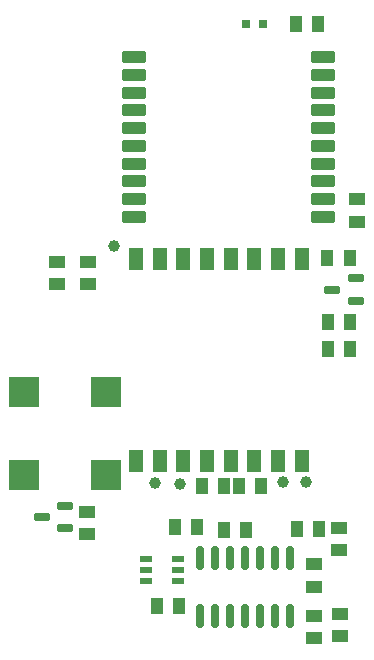
<source format=gtp>
G04*
G04 #@! TF.GenerationSoftware,Altium Limited,Altium Designer,25.1.2 (22)*
G04*
G04 Layer_Color=8421504*
%FSLAX44Y44*%
%MOMM*%
G71*
G04*
G04 #@! TF.SameCoordinates,1B355CDF-056A-496C-88C6-064FCE6B5934*
G04*
G04*
G04 #@! TF.FilePolarity,Positive*
G04*
G01*
G75*
%ADD18R,1.2000X1.9000*%
%ADD19R,1.2000X1.9000*%
%ADD20R,1.2000X1.9000*%
%ADD21R,1.0400X1.4700*%
G04:AMPARAMS|DCode=22|XSize=2mm|YSize=1mm|CornerRadius=0.125mm|HoleSize=0mm|Usage=FLASHONLY|Rotation=180.000|XOffset=0mm|YOffset=0mm|HoleType=Round|Shape=RoundedRectangle|*
%AMROUNDEDRECTD22*
21,1,2.0000,0.7500,0,0,180.0*
21,1,1.7500,1.0000,0,0,180.0*
1,1,0.2500,-0.8750,0.3750*
1,1,0.2500,0.8750,0.3750*
1,1,0.2500,0.8750,-0.3750*
1,1,0.2500,-0.8750,-0.3750*
%
%ADD22ROUNDEDRECTD22*%
%ADD23R,2.5000X2.5000*%
%ADD24C,1.0000*%
%ADD25R,0.8000X0.8000*%
G04:AMPARAMS|DCode=26|XSize=1.97mm|YSize=0.6mm|CornerRadius=0.15mm|HoleSize=0mm|Usage=FLASHONLY|Rotation=90.000|XOffset=0mm|YOffset=0mm|HoleType=Round|Shape=RoundedRectangle|*
%AMROUNDEDRECTD26*
21,1,1.9700,0.3000,0,0,90.0*
21,1,1.6700,0.6000,0,0,90.0*
1,1,0.3000,0.1500,0.8350*
1,1,0.3000,0.1500,-0.8350*
1,1,0.3000,-0.1500,-0.8350*
1,1,0.3000,-0.1500,0.8350*
%
%ADD26ROUNDEDRECTD26*%
%ADD27R,1.0033X0.5588*%
G04:AMPARAMS|DCode=28|XSize=1.32mm|YSize=0.6mm|CornerRadius=0.075mm|HoleSize=0mm|Usage=FLASHONLY|Rotation=180.000|XOffset=0mm|YOffset=0mm|HoleType=Round|Shape=RoundedRectangle|*
%AMROUNDEDRECTD28*
21,1,1.3200,0.4500,0,0,180.0*
21,1,1.1700,0.6000,0,0,180.0*
1,1,0.1500,-0.5850,0.2250*
1,1,0.1500,0.5850,0.2250*
1,1,0.1500,0.5850,-0.2250*
1,1,0.1500,-0.5850,-0.2250*
%
%ADD28ROUNDEDRECTD28*%
%ADD29R,1.4700X1.0400*%
D18*
X146742Y339853D02*
D03*
X166742D02*
D03*
X186742D02*
D03*
X206742D02*
D03*
X266742D02*
D03*
X286742D02*
D03*
D19*
X226742D02*
D03*
X246742D02*
D03*
D20*
X286742Y168853D02*
D03*
X266742D02*
D03*
X246742Y168853D02*
D03*
X226742D02*
D03*
X206742Y168853D02*
D03*
X186742D02*
D03*
X166742D02*
D03*
X146742D02*
D03*
D21*
X198037Y113352D02*
D03*
X179237D02*
D03*
X301601Y111386D02*
D03*
X282801D02*
D03*
X281700Y539011D02*
D03*
X300501D02*
D03*
X309101Y286702D02*
D03*
X327901D02*
D03*
X327953Y263794D02*
D03*
X309153D02*
D03*
X327355Y341282D02*
D03*
X308555D02*
D03*
X233376Y147655D02*
D03*
X252176D02*
D03*
X164208Y46041D02*
D03*
X183008D02*
D03*
X221240Y110927D02*
D03*
X240040D02*
D03*
X220958Y147674D02*
D03*
X202158D02*
D03*
D22*
X304822Y375812D02*
D03*
Y390812D02*
D03*
Y405812D02*
D03*
Y420812D02*
D03*
Y435812D02*
D03*
Y450812D02*
D03*
Y465812D02*
D03*
Y480812D02*
D03*
Y495812D02*
D03*
Y510812D02*
D03*
X144822D02*
D03*
Y495812D02*
D03*
Y480812D02*
D03*
Y465812D02*
D03*
Y450812D02*
D03*
Y435812D02*
D03*
Y420812D02*
D03*
Y405812D02*
D03*
Y390812D02*
D03*
Y375812D02*
D03*
D23*
X51458Y227231D02*
D03*
X121458D02*
D03*
Y157231D02*
D03*
X51458D02*
D03*
D24*
X270811Y151252D02*
D03*
X290737Y150906D02*
D03*
X162310Y150321D02*
D03*
X183681Y149642D02*
D03*
X127684Y351435D02*
D03*
D25*
X239341Y539220D02*
D03*
X254341D02*
D03*
D26*
X200771Y87089D02*
D03*
X213471D02*
D03*
X226171D02*
D03*
X238871D02*
D03*
X251571D02*
D03*
X264271D02*
D03*
X276971D02*
D03*
Y37589D02*
D03*
X264271D02*
D03*
X251571D02*
D03*
X238871D02*
D03*
X226171D02*
D03*
X213471D02*
D03*
X200771D02*
D03*
D27*
X155203Y67311D02*
D03*
Y76811D02*
D03*
Y86311D02*
D03*
X182254D02*
D03*
Y76811D02*
D03*
Y67311D02*
D03*
D28*
X332501Y304569D02*
D03*
Y323569D02*
D03*
X312501Y314069D02*
D03*
X86601Y112229D02*
D03*
Y131229D02*
D03*
X66601Y121729D02*
D03*
D29*
X105578Y337578D02*
D03*
Y318778D02*
D03*
X79910Y337590D02*
D03*
Y318790D02*
D03*
X297033Y19076D02*
D03*
Y37876D02*
D03*
X105104Y125894D02*
D03*
Y107094D02*
D03*
X297034Y81419D02*
D03*
Y62619D02*
D03*
X333720Y390504D02*
D03*
Y371704D02*
D03*
X318908Y39392D02*
D03*
Y20592D02*
D03*
X318260Y112494D02*
D03*
Y93694D02*
D03*
M02*

</source>
